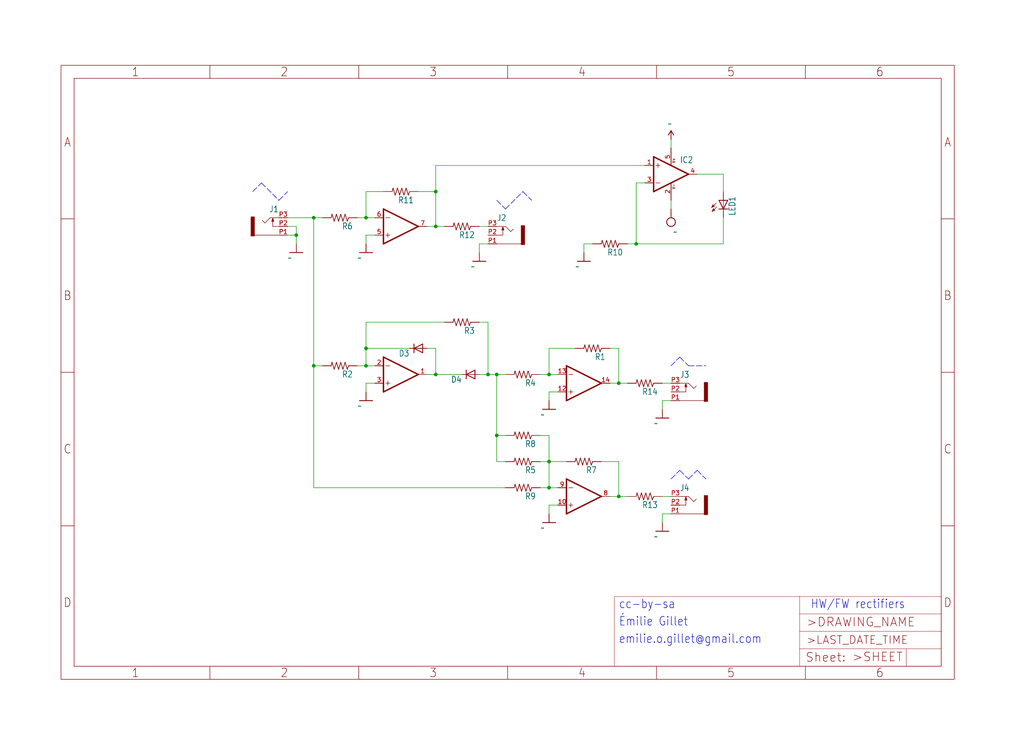
<source format=kicad_sch>
(kicad_sch (version 20211123) (generator eeschema)
  (paper "User" 298.45 217.881)
  (lib_symbols
    (symbol "kinks_v41-eagle-import:A4L-LOC"
      (symbol "A4L-LOC_0_0"
        (polyline (pts (xy 0 44.7675) (xy 3.81 44.7675)))
        (polyline (pts (xy 0 89.535) (xy 3.81 89.535)))
        (polyline (pts (xy 0 134.3025) (xy 3.81 134.3025)))
        (polyline (pts (xy 3.81 3.81) (xy 3.81 175.26)))
        (polyline (pts (xy 43.3917 0) (xy 43.3917 3.81)))
        (polyline (pts (xy 43.3917 175.26) (xy 43.3917 179.07)))
        (polyline (pts (xy 86.7833 0) (xy 86.7833 3.81)))
        (polyline (pts (xy 86.7833 175.26) (xy 86.7833 179.07)))
        (polyline (pts (xy 130.175 0) (xy 130.175 3.81)))
        (polyline (pts (xy 130.175 175.26) (xy 130.175 179.07)))
        (polyline (pts (xy 173.5667 0) (xy 173.5667 3.81)))
        (polyline (pts (xy 173.5667 175.26) (xy 173.5667 179.07)))
        (polyline (pts (xy 216.9583 0) (xy 216.9583 3.81)))
        (polyline (pts (xy 216.9583 175.26) (xy 216.9583 179.07)))
        (polyline (pts (xy 256.54 3.81) (xy 3.81 3.81)))
        (polyline (pts (xy 256.54 3.81) (xy 256.54 175.26)))
        (polyline (pts (xy 256.54 44.7675) (xy 260.35 44.7675)))
        (polyline (pts (xy 256.54 89.535) (xy 260.35 89.535)))
        (polyline (pts (xy 256.54 134.3025) (xy 260.35 134.3025)))
        (polyline (pts (xy 256.54 175.26) (xy 3.81 175.26)))
        (polyline (pts (xy 0 0) (xy 260.35 0) (xy 260.35 179.07) (xy 0 179.07) (xy 0 0)))
        (text "1" (at 21.6958 1.905 0) (effects (font (size 2.54 2.286))))
        (text "1" (at 21.6958 177.165 0) (effects (font (size 2.54 2.286))))
        (text "2" (at 65.0875 1.905 0) (effects (font (size 2.54 2.286))))
        (text "2" (at 65.0875 177.165 0) (effects (font (size 2.54 2.286))))
        (text "3" (at 108.4792 1.905 0) (effects (font (size 2.54 2.286))))
        (text "3" (at 108.4792 177.165 0) (effects (font (size 2.54 2.286))))
        (text "4" (at 151.8708 1.905 0) (effects (font (size 2.54 2.286))))
        (text "4" (at 151.8708 177.165 0) (effects (font (size 2.54 2.286))))
        (text "5" (at 195.2625 1.905 0) (effects (font (size 2.54 2.286))))
        (text "5" (at 195.2625 177.165 0) (effects (font (size 2.54 2.286))))
        (text "6" (at 238.6542 1.905 0) (effects (font (size 2.54 2.286))))
        (text "6" (at 238.6542 177.165 0) (effects (font (size 2.54 2.286))))
        (text "A" (at 1.905 156.6863 0) (effects (font (size 2.54 2.286))))
        (text "A" (at 258.445 156.6863 0) (effects (font (size 2.54 2.286))))
        (text "B" (at 1.905 111.9188 0) (effects (font (size 2.54 2.286))))
        (text "B" (at 258.445 111.9188 0) (effects (font (size 2.54 2.286))))
        (text "C" (at 1.905 67.1513 0) (effects (font (size 2.54 2.286))))
        (text "C" (at 258.445 67.1513 0) (effects (font (size 2.54 2.286))))
        (text "D" (at 1.905 22.3838 0) (effects (font (size 2.54 2.286))))
        (text "D" (at 258.445 22.3838 0) (effects (font (size 2.54 2.286))))
      )
      (symbol "A4L-LOC_1_0"
        (polyline (pts (xy 161.29 3.81) (xy 161.29 24.13)) (stroke (width 0.1016)))
        (polyline (pts (xy 161.29 24.13) (xy 215.265 24.13)) (stroke (width 0.1016)))
        (polyline (pts (xy 215.265 8.89) (xy 215.265 3.81)) (stroke (width 0.1016)))
        (polyline (pts (xy 215.265 8.89) (xy 215.265 13.97)) (stroke (width 0.1016)))
        (polyline (pts (xy 215.265 13.97) (xy 215.265 19.05)) (stroke (width 0.1016)))
        (polyline (pts (xy 215.265 13.97) (xy 256.54 13.97)) (stroke (width 0.1016)))
        (polyline (pts (xy 215.265 19.05) (xy 215.265 24.13)) (stroke (width 0.1016)))
        (polyline (pts (xy 215.265 19.05) (xy 256.54 19.05)) (stroke (width 0.1016)))
        (polyline (pts (xy 215.265 24.13) (xy 256.54 24.13)) (stroke (width 0.1016)))
        (polyline (pts (xy 246.38 3.81) (xy 246.38 8.89)) (stroke (width 0.1016)))
        (polyline (pts (xy 246.38 8.89) (xy 215.265 8.89)) (stroke (width 0.1016)))
        (polyline (pts (xy 246.38 8.89) (xy 256.54 8.89)) (stroke (width 0.1016)))
        (polyline (pts (xy 256.54 3.81) (xy 256.54 8.89)) (stroke (width 0.1016)))
        (polyline (pts (xy 256.54 8.89) (xy 256.54 13.97)) (stroke (width 0.1016)))
        (polyline (pts (xy 256.54 13.97) (xy 256.54 19.05)) (stroke (width 0.1016)))
        (polyline (pts (xy 256.54 19.05) (xy 256.54 24.13)) (stroke (width 0.1016)))
        (text ">DRAWING_NAME" (at 217.17 15.24 0) (effects (font (size 2.54 2.54)) (justify left bottom)))
        (text ">LAST_DATE_TIME" (at 217.17 10.16 0) (effects (font (size 2.286 2.286)) (justify left bottom)))
        (text ">SHEET" (at 230.505 5.08 0) (effects (font (size 2.54 2.54)) (justify left bottom)))
        (text "Sheet:" (at 216.916 4.953 0) (effects (font (size 2.54 2.54)) (justify left bottom)))
      )
    )
    (symbol "kinks_v41-eagle-import:DIODE-SOD523"
      (property "Reference" "D" (at 2.54 0.4826 0))
      (property "Value" "DIODE-SOD523" (at 2.54 -2.3114 0))
      (symbol "DIODE-SOD523_1_0"
        (polyline (pts (xy -1.27 -1.27) (xy 1.27 0)) (stroke (width 0.254)))
        (polyline (pts (xy -1.27 1.27) (xy -1.27 -1.27)) (stroke (width 0.254)))
        (polyline (pts (xy 1.27 0) (xy -1.27 1.27)) (stroke (width 0.254)))
        (polyline (pts (xy 1.27 0) (xy 1.27 -1.27)) (stroke (width 0.254)))
        (polyline (pts (xy 1.27 1.27) (xy 1.27 0)) (stroke (width 0.254)))
        (pin passive line (at -2.54 0 0) (length 2.54) (name "A") (number "A"))
        (pin passive line (at 2.54 0 180) (length 2.54) (name "C") (number "C"))
      )
    )
    (symbol "kinks_v41-eagle-import:GND" (power)
      (property "Value" "GND" (at -2.54 -2.54 0))
      (symbol "GND_1_0"
        (polyline (pts (xy -1.905 0) (xy 1.905 0)) (stroke (width 0.254)))
        (pin power_in line (at 0 2.54 270) (length 2.54) (name "GND") (number "1"))
      )
    )
    (symbol "kinks_v41-eagle-import:LED3MM"
      (property "Reference" "LED" (at 3.556 -4.572 90))
      (property "Value" "LED3MM" (at 5.715 -4.572 90))
      (symbol "LED3MM_1_0"
        (polyline (pts (xy -2.032 -0.762) (xy -3.429 -2.159)) (stroke (width 0.1524)))
        (polyline (pts (xy -1.905 -1.905) (xy -3.302 -3.302)) (stroke (width 0.1524)))
        (polyline (pts (xy 0 -2.54) (xy -1.27 -2.54)) (stroke (width 0.254)))
        (polyline (pts (xy 0 -2.54) (xy -1.27 0)) (stroke (width 0.254)))
        (polyline (pts (xy 0 0) (xy -1.27 0)) (stroke (width 0.254)))
        (polyline (pts (xy 0 0) (xy 0 -2.54)) (stroke (width 0.1524)))
        (polyline (pts (xy 1.27 -2.54) (xy 0 -2.54)) (stroke (width 0.254)))
        (polyline (pts (xy 1.27 0) (xy 0 -2.54)) (stroke (width 0.254)))
        (polyline (pts (xy 1.27 0) (xy 0 0)) (stroke (width 0.254)))
        (polyline (pts (xy -3.429 -2.159) (xy -3.048 -1.27) (xy -2.54 -1.778)) (fill (type outline)))
        (polyline (pts (xy -3.302 -3.302) (xy -2.921 -2.413) (xy -2.413 -2.921)) (fill (type outline)))
        (pin passive line (at 0 2.54 270) (length 2.54) (name "A") (number "A"))
        (pin passive line (at 0 -5.08 90) (length 2.54) (name "C") (number "K"))
      )
    )
    (symbol "kinks_v41-eagle-import:LM321?MF"
      (property "Reference" "IC" (at 2.54 3.175 0))
      (property "Value" "LM321?MF" (at 2.54 -5.08 0))
      (symbol "LM321?MF_1_0"
        (polyline (pts (xy -5.08 -5.08) (xy 5.08 0)) (stroke (width 0.4064)))
        (polyline (pts (xy -5.08 5.08) (xy -5.08 -5.08)) (stroke (width 0.4064)))
        (polyline (pts (xy -4.445 -2.54) (xy -3.175 -2.54)) (stroke (width 0.1524)))
        (polyline (pts (xy -4.445 2.54) (xy -3.175 2.54)) (stroke (width 0.1524)))
        (polyline (pts (xy -3.81 3.175) (xy -3.81 1.905)) (stroke (width 0.1524)))
        (polyline (pts (xy 5.08 0) (xy -5.08 5.08)) (stroke (width 0.4064)))
        (text "V+" (at 1.27 3.175 900) (effects (font (size 0.8128 0.6908)) (justify left bottom)))
        (text "V-" (at 1.27 -4.445 900) (effects (font (size 0.8128 0.6908)) (justify left bottom)))
        (pin input line (at -7.62 2.54 0) (length 2.54) (name "+IN") (number "1"))
        (pin power_in line (at 0 -7.62 90) (length 5.08) (name "V-") (number "2"))
        (pin input line (at -7.62 -2.54 0) (length 2.54) (name "-IN") (number "3"))
        (pin output line (at 7.62 0 180) (length 2.54) (name "OUT") (number "4"))
        (pin power_in line (at 0 7.62 270) (length 5.08) (name "V+") (number "5"))
      )
    )
    (symbol "kinks_v41-eagle-import:PJ301_THONKICONN6"
      (property "Reference" "J" (at -2.54 4.064 0))
      (symbol "PJ301_THONKICONN6_1_0"
        (polyline (pts (xy -2.54 -2.54) (xy 4.572 -2.54)) (stroke (width 0.1524)))
        (polyline (pts (xy -2.54 0) (xy -0.762 0)) (stroke (width 0.1524)))
        (polyline (pts (xy -2.54 2.54) (xy 0 2.54)) (stroke (width 0.1524)))
        (polyline (pts (xy -1.016 1.524) (xy -0.508 1.524)) (stroke (width 0.254)))
        (polyline (pts (xy -0.762 0) (xy -0.762 2.286)) (stroke (width 0.1524)))
        (polyline (pts (xy -0.762 2.286) (xy -1.016 1.524)) (stroke (width 0.254)))
        (polyline (pts (xy -0.508 1.524) (xy -0.762 2.286)) (stroke (width 0.254)))
        (polyline (pts (xy 0 2.54) (xy 1.524 1.016)) (stroke (width 0.1524)))
        (polyline (pts (xy 1.524 1.016) (xy 2.286 1.778)) (stroke (width 0.1524)))
        (rectangle (start 4.572 2.794) (end 5.588 -2.794) (fill (type outline)))
        (pin passive line (at -5.08 -2.54 0) (length 2.54) (name "1") (number "P1"))
        (pin passive line (at -5.08 0 0) (length 2.54) (name "2") (number "P2"))
        (pin passive line (at -5.08 2.54 0) (length 2.54) (name "3") (number "P3"))
      )
    )
    (symbol "kinks_v41-eagle-import:R-US_R0402"
      (property "Reference" "R" (at -3.81 1.4986 0))
      (property "Value" "R-US_R0402" (at -3.81 -3.302 0))
      (symbol "R-US_R0402_1_0"
        (polyline (pts (xy -2.54 0) (xy -2.159 1.016)) (stroke (width 0.2032)))
        (polyline (pts (xy -2.159 1.016) (xy -1.524 -1.016)) (stroke (width 0.2032)))
        (polyline (pts (xy -1.524 -1.016) (xy -0.889 1.016)) (stroke (width 0.2032)))
        (polyline (pts (xy -0.889 1.016) (xy -0.254 -1.016)) (stroke (width 0.2032)))
        (polyline (pts (xy -0.254 -1.016) (xy 0.381 1.016)) (stroke (width 0.2032)))
        (polyline (pts (xy 0.381 1.016) (xy 1.016 -1.016)) (stroke (width 0.2032)))
        (polyline (pts (xy 1.016 -1.016) (xy 1.651 1.016)) (stroke (width 0.2032)))
        (polyline (pts (xy 1.651 1.016) (xy 2.286 -1.016)) (stroke (width 0.2032)))
        (polyline (pts (xy 2.286 -1.016) (xy 2.54 0)) (stroke (width 0.2032)))
        (pin passive line (at -5.08 0 0) (length 2.54) (name "1") (number "1"))
        (pin passive line (at 5.08 0 180) (length 2.54) (name "2") (number "2"))
      )
    )
    (symbol "kinks_v41-eagle-import:TL074PW"
      (symbol "TL074PW_1_0"
        (polyline (pts (xy -5.08 -5.08) (xy 5.08 0)) (stroke (width 0.4064)))
        (polyline (pts (xy -5.08 5.08) (xy -5.08 -5.08)) (stroke (width 0.4064)))
        (polyline (pts (xy -4.445 -2.54) (xy -3.175 -2.54)) (stroke (width 0.1524)))
        (polyline (pts (xy -4.445 2.54) (xy -3.175 2.54)) (stroke (width 0.1524)))
        (polyline (pts (xy -3.81 3.175) (xy -3.81 1.905)) (stroke (width 0.1524)))
        (polyline (pts (xy 5.08 0) (xy -5.08 5.08)) (stroke (width 0.4064)))
        (pin output line (at 7.62 0 180) (length 2.54) (name "OUT") (number "1"))
        (pin input line (at -7.62 -2.54 0) (length 2.54) (name "-IN") (number "2"))
        (pin input line (at -7.62 2.54 0) (length 2.54) (name "+IN") (number "3"))
      )
      (symbol "TL074PW_2_0"
        (polyline (pts (xy -5.08 -5.08) (xy 5.08 0)) (stroke (width 0.4064)))
        (polyline (pts (xy -5.08 5.08) (xy -5.08 -5.08)) (stroke (width 0.4064)))
        (polyline (pts (xy -4.445 -2.54) (xy -3.175 -2.54)) (stroke (width 0.1524)))
        (polyline (pts (xy -4.445 2.54) (xy -3.175 2.54)) (stroke (width 0.1524)))
        (polyline (pts (xy -3.81 3.175) (xy -3.81 1.905)) (stroke (width 0.1524)))
        (polyline (pts (xy 5.08 0) (xy -5.08 5.08)) (stroke (width 0.4064)))
        (pin input line (at -7.62 2.54 0) (length 2.54) (name "+IN") (number "5"))
        (pin input line (at -7.62 -2.54 0) (length 2.54) (name "-IN") (number "6"))
        (pin output line (at 7.62 0 180) (length 2.54) (name "OUT") (number "7"))
      )
      (symbol "TL074PW_3_0"
        (polyline (pts (xy -5.08 -5.08) (xy 5.08 0)) (stroke (width 0.4064)))
        (polyline (pts (xy -5.08 5.08) (xy -5.08 -5.08)) (stroke (width 0.4064)))
        (polyline (pts (xy -4.445 -2.54) (xy -3.175 -2.54)) (stroke (width 0.1524)))
        (polyline (pts (xy -4.445 2.54) (xy -3.175 2.54)) (stroke (width 0.1524)))
        (polyline (pts (xy -3.81 3.175) (xy -3.81 1.905)) (stroke (width 0.1524)))
        (polyline (pts (xy 5.08 0) (xy -5.08 5.08)) (stroke (width 0.4064)))
        (pin input line (at -7.62 2.54 0) (length 2.54) (name "+IN") (number "10"))
        (pin output line (at 7.62 0 180) (length 2.54) (name "OUT") (number "8"))
        (pin input line (at -7.62 -2.54 0) (length 2.54) (name "-IN") (number "9"))
      )
      (symbol "TL074PW_4_0"
        (polyline (pts (xy -5.08 -5.08) (xy 5.08 0)) (stroke (width 0.4064)))
        (polyline (pts (xy -5.08 5.08) (xy -5.08 -5.08)) (stroke (width 0.4064)))
        (polyline (pts (xy -4.445 -2.54) (xy -3.175 -2.54)) (stroke (width 0.1524)))
        (polyline (pts (xy -4.445 2.54) (xy -3.175 2.54)) (stroke (width 0.1524)))
        (polyline (pts (xy -3.81 3.175) (xy -3.81 1.905)) (stroke (width 0.1524)))
        (polyline (pts (xy 5.08 0) (xy -5.08 5.08)) (stroke (width 0.4064)))
        (pin input line (at -7.62 2.54 0) (length 2.54) (name "+IN") (number "12"))
        (pin input line (at -7.62 -2.54 0) (length 2.54) (name "-IN") (number "13"))
        (pin output line (at 7.62 0 180) (length 2.54) (name "OUT") (number "14"))
      )
      (symbol "TL074PW_5_0"
        (text "V+" (at 1.27 3.175 900) (effects (font (size 0.8128 0.6908)) (justify left bottom)))
        (text "V-" (at 1.27 -4.445 900) (effects (font (size 0.8128 0.6908)) (justify left bottom)))
        (pin power_in line (at 0 -7.62 90) (length 5.08) (name "V-") (number "11"))
        (pin power_in line (at 0 7.62 270) (length 5.08) (name "V+") (number "4"))
      )
    )
    (symbol "kinks_v41-eagle-import:VCC" (power)
      (property "Value" "VCC" (at -1.016 3.556 0))
      (symbol "VCC_1_0"
        (polyline (pts (xy 0 2.54) (xy -0.762 1.27)) (stroke (width 0.254)))
        (polyline (pts (xy 0.762 1.27) (xy 0 2.54)) (stroke (width 0.254)))
        (pin power_in line (at 0 0 90) (length 2.54) (name "VCC") (number "1"))
      )
    )
    (symbol "kinks_v41-eagle-import:VEE" (power)
      (property "Value" "VEE" (at -1.905 3.175 0))
      (symbol "VEE_1_0"
        (circle (center 0 1.27) (radius 1.27) (stroke (width 0.254)))
        (pin power_in line (at 0 -2.54 90) (length 2.54) (name "VEE") (number "1"))
      )
    )
  )
  (junction (at 180.34 144.78))
  (junction (at 160.02 134.62))
  (junction (at 144.78 127))
  (junction (at 86.36 68.58))
  (junction (at 180.34 111.76))
  (junction (at 142.24 109.22))
  (junction (at 160.02 142.24))
  (junction (at 106.68 101.6))
  (junction (at 185.42 71.12))
  (junction (at 127 66.04))
  (junction (at 91.44 63.5))
  (junction (at 144.78 109.22))
  (junction (at 127 55.88))
  (junction (at 106.68 106.68))
  (junction (at 127 109.22))
  (junction (at 160.02 109.22))
  (junction (at 106.68 63.5))
  (junction (at 91.44 106.68))
  (wire (pts (xy 195.58 43.18) (xy 195.58 40.64)))
  (wire (pts (xy 127 109.22) (xy 134.62 109.22)))
  (wire (pts (xy 162.56 147.32) (xy 160.02 147.32)))
  (wire (pts (xy 83.82 68.58) (xy 86.36 68.58)))
  (wire (pts (xy 127 66.04) (xy 129.54 66.04)))
  (wire (pts (xy 91.44 63.5) (xy 93.98 63.5)))
  (wire (pts (xy 160.02 142.24) (xy 160.02 134.62)))
  (wire (pts (xy 177.8 111.76) (xy 180.34 111.76)))
  (wire (pts (xy 142.24 93.98) (xy 139.7 93.98)))
  (wire (pts (xy 142.24 109.22) (xy 142.24 93.98)))
  (wire (pts (xy 127 109.22) (xy 124.46 109.22)))
  (wire (pts (xy 157.48 142.24) (xy 160.02 142.24)))
  (wire (pts (xy 129.54 93.98) (xy 106.68 93.98)))
  (wire (pts (xy 157.48 109.22) (xy 160.02 109.22)))
  (wire (pts (xy 139.7 71.12) (xy 139.7 73.66)))
  (wire (pts (xy 172.72 71.12) (xy 170.18 71.12)))
  (wire (pts (xy 127 101.6) (xy 127 109.22)))
  (wire (pts (xy 142.24 71.12) (xy 139.7 71.12)))
  (wire (pts (xy 147.32 142.24) (xy 91.44 142.24)))
  (polyline (pts (xy 144.78 58.42) (xy 147.32 60.96)))
  (wire (pts (xy 195.58 116.84) (xy 193.04 116.84)))
  (wire (pts (xy 175.26 134.62) (xy 180.34 134.62)))
  (polyline (pts (xy 195.58 106.68) (xy 198.12 104.14)))
  (wire (pts (xy 144.78 134.62) (xy 147.32 134.62)))
  (polyline (pts (xy 195.58 139.7) (xy 198.12 137.16)))
  (wire (pts (xy 195.58 111.76) (xy 193.04 111.76)))
  (wire (pts (xy 187.96 48.26) (xy 127 48.26)))
  (wire (pts (xy 162.56 114.3) (xy 160.02 114.3)))
  (wire (pts (xy 177.8 144.78) (xy 180.34 144.78)))
  (wire (pts (xy 160.02 147.32) (xy 160.02 149.86)))
  (wire (pts (xy 83.82 66.04) (xy 86.36 66.04)))
  (wire (pts (xy 119.38 101.6) (xy 106.68 101.6)))
  (wire (pts (xy 185.42 53.34) (xy 187.96 53.34)))
  (wire (pts (xy 106.68 101.6) (xy 106.68 106.68)))
  (wire (pts (xy 167.64 101.6) (xy 160.02 101.6)))
  (wire (pts (xy 127 55.88) (xy 121.92 55.88)))
  (wire (pts (xy 177.8 101.6) (xy 180.34 101.6)))
  (wire (pts (xy 193.04 149.86) (xy 193.04 152.4)))
  (wire (pts (xy 127 55.88) (xy 127 66.04)))
  (wire (pts (xy 160.02 142.24) (xy 162.56 142.24)))
  (wire (pts (xy 160.02 134.62) (xy 160.02 127)))
  (wire (pts (xy 160.02 109.22) (xy 162.56 109.22)))
  (wire (pts (xy 106.68 55.88) (xy 106.68 63.5)))
  (wire (pts (xy 185.42 71.12) (xy 182.88 71.12)))
  (wire (pts (xy 170.18 71.12) (xy 170.18 73.66)))
  (wire (pts (xy 83.82 63.5) (xy 91.44 63.5)))
  (wire (pts (xy 144.78 127) (xy 144.78 134.62)))
  (wire (pts (xy 106.68 68.58) (xy 106.68 71.12)))
  (wire (pts (xy 193.04 144.78) (xy 195.58 144.78)))
  (wire (pts (xy 91.44 106.68) (xy 91.44 63.5)))
  (wire (pts (xy 210.82 63.5) (xy 210.82 71.12)))
  (wire (pts (xy 86.36 68.58) (xy 86.36 71.12)))
  (polyline (pts (xy 200.66 106.68) (xy 205.74 106.68)))
  (polyline (pts (xy 73.66 55.88) (xy 76.2 53.34)))
  (wire (pts (xy 180.34 144.78) (xy 182.88 144.78)))
  (wire (pts (xy 180.34 101.6) (xy 180.34 111.76)))
  (wire (pts (xy 160.02 114.3) (xy 160.02 116.84)))
  (wire (pts (xy 142.24 109.22) (xy 144.78 109.22)))
  (wire (pts (xy 106.68 111.76) (xy 109.22 111.76)))
  (wire (pts (xy 104.14 106.68) (xy 106.68 106.68)))
  (wire (pts (xy 144.78 127) (xy 144.78 109.22)))
  (polyline (pts (xy 81.28 58.42) (xy 83.82 55.88)))
  (wire (pts (xy 195.58 149.86) (xy 193.04 149.86)))
  (wire (pts (xy 144.78 109.22) (xy 147.32 109.22)))
  (wire (pts (xy 109.22 68.58) (xy 106.68 68.58)))
  (polyline (pts (xy 147.32 60.96) (xy 152.4 55.88)))
  (wire (pts (xy 93.98 106.68) (xy 91.44 106.68)))
  (wire (pts (xy 124.46 101.6) (xy 127 101.6)))
  (wire (pts (xy 106.68 63.5) (xy 109.22 63.5)))
  (polyline (pts (xy 152.4 55.88) (xy 154.94 58.42)))
  (wire (pts (xy 142.24 66.04) (xy 139.7 66.04)))
  (wire (pts (xy 160.02 134.62) (xy 165.1 134.62)))
  (wire (pts (xy 106.68 93.98) (xy 106.68 101.6)))
  (wire (pts (xy 193.04 116.84) (xy 193.04 119.38)))
  (wire (pts (xy 210.82 71.12) (xy 185.42 71.12)))
  (wire (pts (xy 147.32 127) (xy 144.78 127)))
  (wire (pts (xy 111.76 55.88) (xy 106.68 55.88)))
  (wire (pts (xy 180.34 111.76) (xy 182.88 111.76)))
  (wire (pts (xy 203.2 50.8) (xy 210.82 50.8)))
  (wire (pts (xy 86.36 66.04) (xy 86.36 68.58)))
  (wire (pts (xy 124.46 66.04) (xy 127 66.04)))
  (wire (pts (xy 185.42 53.34) (xy 185.42 71.12)))
  (polyline (pts (xy 76.2 53.34) (xy 81.28 58.42)))
  (wire (pts (xy 127 48.26) (xy 127 55.88)))
  (wire (pts (xy 180.34 134.62) (xy 180.34 144.78)))
  (polyline (pts (xy 198.12 104.14) (xy 200.66 106.68)))
  (wire (pts (xy 157.48 127) (xy 160.02 127)))
  (wire (pts (xy 104.14 63.5) (xy 106.68 63.5)))
  (polyline (pts (xy 203.2 137.16) (xy 205.74 139.7)))
  (wire (pts (xy 195.58 58.42) (xy 195.58 60.96)))
  (wire (pts (xy 210.82 55.88) (xy 210.82 50.8)))
  (wire (pts (xy 91.44 142.24) (xy 91.44 106.68)))
  (wire (pts (xy 106.68 106.68) (xy 109.22 106.68)))
  (polyline (pts (xy 200.66 139.7) (xy 203.2 137.16)))
  (polyline (pts (xy 198.12 137.16) (xy 200.66 139.7)))
  (wire (pts (xy 106.68 111.76) (xy 106.68 114.3)))
  (wire (pts (xy 157.48 134.62) (xy 160.02 134.62)))
  (wire (pts (xy 160.02 109.22) (xy 160.02 101.6)))
  (wire (pts (xy 142.24 109.22) (xy 139.7 109.22)))
  (text "Émilie Gillet" (at 180.34 182.88 180) (effects (font (size 2.54 2.159)) (justify left bottom)))
  (text "emilie.o.gillet@gmail.com" (at 180.34 187.96 180) (effects (font (size 2.54 2.159)) (justify left bottom)))
  (text "cc-by-sa" (at 180.34 177.8 180) (effects (font (size 2.54 2.159)) (justify left bottom)))
  (text "HW/FW rectifiers" (at 236.22 177.8 180) (effects (font (size 2.54 2.159)) (justify left bottom)))
  (symbol (lib_id "kinks_v41-eagle-import:R-US_R0402") (at 99.06 63.5 180) (unit 1)
    (property "Reference" "R6" (at 102.87 64.9986 0) (effects (font (size 1.778 1.5113)) (justify left bottom)))
  )
  (symbol (lib_id "kinks_v41-eagle-import:R-US_R0402") (at 177.8 71.12 180) (unit 1)
    (property "Reference" "R10" (at 181.61 72.6186 0) (effects (font (size 1.778 1.5113)) (justify left bottom)))
  )
  (symbol (lib_id "kinks_v41-eagle-import:VCC") (at 195.58 40.64 0) (unit 1)
    (property "Reference" "#P+2" (effects hide))
  )
  (symbol (lib_id "kinks_v41-eagle-import:PJ301_THONKICONN6") (at 200.66 147.32 0) (unit 1)
    (property "Reference" "J4" (at 198.12 143.256 0) (effects (font (size 1.778 1.5113)) (justify left bottom)))
  )
  (symbol (lib_id "kinks_v41-eagle-import:GND") (at 106.68 73.66 0) (unit 1)
    (property "Reference" "#GND23" (effects hide))
  )
  (symbol (lib_id "kinks_v41-eagle-import:TL074PW") (at 116.84 66.04 0) (mirror x) (unit 2)
    (property "Reference" "IC1" (effects hide))
  )
  (symbol (lib_id "kinks_v41-eagle-import:GND") (at 170.18 76.2 0) (unit 1)
    (property "Reference" "#GND22" (effects hide))
  )
  (symbol (lib_id "kinks_v41-eagle-import:GND") (at 86.36 73.66 0) (unit 1)
    (property "Reference" "#GND13" (effects hide))
  )
  (symbol (lib_id "kinks_v41-eagle-import:TL074PW") (at 170.18 111.76 0) (mirror x) (unit 4)
    (property "Reference" "IC1" (effects hide))
  )
  (symbol (lib_id "kinks_v41-eagle-import:GND") (at 160.02 152.4 0) (unit 1)
    (property "Reference" "#GND2" (effects hide))
  )
  (symbol (lib_id "kinks_v41-eagle-import:R-US_R0402") (at 134.62 66.04 180) (unit 1)
    (property "Reference" "R12" (at 138.43 67.5386 0) (effects (font (size 1.778 1.5113)) (justify left bottom)))
  )
  (symbol (lib_id "kinks_v41-eagle-import:R-US_R0402") (at 152.4 134.62 180) (unit 1)
    (property "Reference" "R5" (at 156.21 136.1186 0) (effects (font (size 1.778 1.5113)) (justify left bottom)))
  )
  (symbol (lib_id "kinks_v41-eagle-import:R-US_R0402") (at 187.96 144.78 180) (unit 1)
    (property "Reference" "R13" (at 191.77 146.2786 0) (effects (font (size 1.778 1.5113)) (justify left bottom)))
  )
  (symbol (lib_id "kinks_v41-eagle-import:LED3MM") (at 210.82 58.42 0) (unit 1)
    (property "Reference" "LED1" (at 214.376 62.992 90) (effects (font (size 1.778 1.5113)) (justify left bottom)))
  )
  (symbol (lib_id "kinks_v41-eagle-import:GND") (at 160.02 119.38 0) (unit 1)
    (property "Reference" "#GND25" (effects hide))
  )
  (symbol (lib_id "kinks_v41-eagle-import:LM321?MF") (at 195.58 50.8 0) (unit 1)
    (property "Reference" "IC2" (at 198.12 47.625 0) (effects (font (size 1.778 1.5113)) (justify left bottom)))
  )
  (symbol (lib_id "kinks_v41-eagle-import:R-US_R0402") (at 187.96 111.76 180) (unit 1)
    (property "Reference" "R14" (at 191.77 113.2586 0) (effects (font (size 1.778 1.5113)) (justify left bottom)))
  )
  (symbol (lib_id "kinks_v41-eagle-import:R-US_R0402") (at 172.72 101.6 180) (unit 1)
    (property "Reference" "R1" (at 176.53 103.0986 0) (effects (font (size 1.778 1.5113)) (justify left bottom)))
  )
  (symbol (lib_id "kinks_v41-eagle-import:R-US_R0402") (at 116.84 55.88 180) (unit 1)
    (property "Reference" "R11" (at 120.65 57.3786 0) (effects (font (size 1.778 1.5113)) (justify left bottom)))
  )
  (symbol (lib_id "kinks_v41-eagle-import:VEE") (at 195.58 63.5 180) (unit 1)
    (property "Reference" "#SUPPLY2" (effects hide))
  )
  (symbol (lib_id "kinks_v41-eagle-import:A4L-LOC") (at 17.78 198.12 0) (unit 1)
    (property "Reference" "#FRAME7" (effects hide))
  )
  (symbol (lib_id "kinks_v41-eagle-import:R-US_R0402") (at 99.06 106.68 180) (unit 1)
    (property "Reference" "R2" (at 102.87 108.1786 0) (effects (font (size 1.778 1.5113)) (justify left bottom)))
  )
  (symbol (lib_id "kinks_v41-eagle-import:R-US_R0402") (at 152.4 127 180) (unit 1)
    (property "Reference" "R8" (at 156.21 128.4986 0) (effects (font (size 1.778 1.5113)) (justify left bottom)))
  )
  (symbol (lib_id "kinks_v41-eagle-import:R-US_R0402") (at 152.4 109.22 180) (unit 1)
    (property "Reference" "R4" (at 156.21 110.7186 0) (effects (font (size 1.778 1.5113)) (justify left bottom)))
  )
  (symbol (lib_id "kinks_v41-eagle-import:PJ301_THONKICONN6") (at 147.32 68.58 0) (unit 1)
    (property "Reference" "J2" (at 144.78 64.516 0) (effects (font (size 1.778 1.5113)) (justify left bottom)))
  )
  (symbol (lib_id "kinks_v41-eagle-import:DIODE-SOD523") (at 121.92 101.6 180) (unit 1)
    (property "Reference" "D3" (at 119.38 102.0826 0) (effects (font (size 1.778 1.5113)) (justify left bottom)))
  )
  (symbol (lib_id "kinks_v41-eagle-import:GND") (at 193.04 121.92 0) (unit 1)
    (property "Reference" "#GND21" (effects hide))
  )
  (symbol (lib_id "kinks_v41-eagle-import:GND") (at 139.7 76.2 0) (unit 1)
    (property "Reference" "#GND4" (effects hide))
  )
  (symbol (lib_id "kinks_v41-eagle-import:DIODE-SOD523") (at 137.16 109.22 180) (unit 1)
    (property "Reference" "D4" (at 134.62 109.7026 0) (effects (font (size 1.778 1.5113)) (justify left bottom)))
  )
  (symbol (lib_id "kinks_v41-eagle-import:GND") (at 193.04 154.94 0) (unit 1)
    (property "Reference" "#GND27" (effects hide))
  )
  (symbol (lib_id "kinks_v41-eagle-import:PJ301_THONKICONN6") (at 78.74 66.04 0) (mirror y) (unit 1)
    (property "Reference" "J1" (at 81.28 61.976 0) (effects (font (size 1.778 1.5113)) (justify left bottom)))
  )
  (symbol (lib_id "kinks_v41-eagle-import:R-US_R0402") (at 170.18 134.62 180) (unit 1)
    (property "Reference" "R7" (at 173.99 136.1186 0) (effects (font (size 1.778 1.5113)) (justify left bottom)))
  )
  (symbol (lib_id "kinks_v41-eagle-import:TL074PW") (at 170.18 144.78 0) (mirror x) (unit 3)
    (property "Reference" "IC1" (effects hide))
  )
  (symbol (lib_id "kinks_v41-eagle-import:PJ301_THONKICONN6") (at 200.66 114.3 0) (unit 1)
    (property "Reference" "J3" (at 198.12 110.236 0) (effects (font (size 1.778 1.5113)) (justify left bottom)))
  )
  (symbol (lib_id "kinks_v41-eagle-import:TL074PW") (at 116.84 109.22 0) (mirror x) (unit 1)
    (property "Reference" "IC1" (effects hide))
  )
  (symbol (lib_id "kinks_v41-eagle-import:GND") (at 106.68 116.84 0) (unit 1)
    (property "Reference" "#GND24" (effects hide))
  )
  (symbol (lib_id "kinks_v41-eagle-import:R-US_R0402") (at 152.4 142.24 180) (unit 1)
    (property "Reference" "R9" (at 156.21 143.7386 0) (effects (font (size 1.778 1.5113)) (justify left bottom)))
  )
  (symbol (lib_id "kinks_v41-eagle-import:R-US_R0402") (at 134.62 93.98 180) (unit 1)
    (property "Reference" "R3" (at 138.43 95.4786 0) (effects (font (size 1.778 1.5113)) (justify left bottom)))
  )
)
</source>
